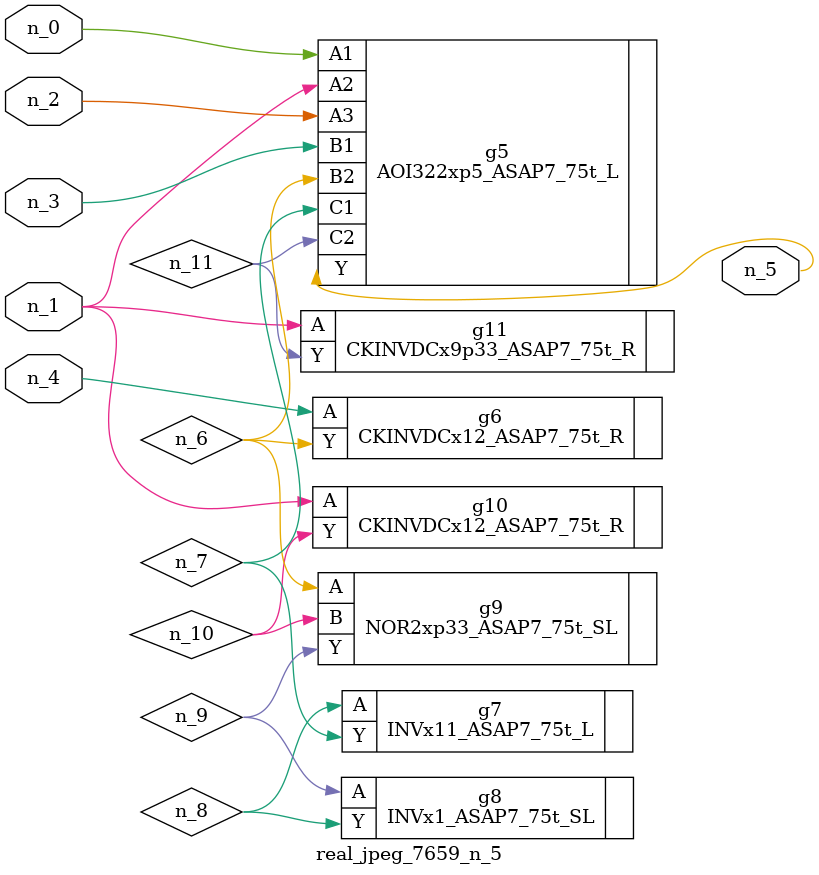
<source format=v>
module real_jpeg_7659_n_5 (n_4, n_0, n_1, n_2, n_3, n_5);

input n_4;
input n_0;
input n_1;
input n_2;
input n_3;

output n_5;

wire n_8;
wire n_11;
wire n_6;
wire n_7;
wire n_10;
wire n_9;

AOI322xp5_ASAP7_75t_L g5 ( 
.A1(n_0),
.A2(n_1),
.A3(n_2),
.B1(n_3),
.B2(n_6),
.C1(n_7),
.C2(n_11),
.Y(n_5)
);

CKINVDCx12_ASAP7_75t_R g10 ( 
.A(n_1),
.Y(n_10)
);

CKINVDCx9p33_ASAP7_75t_R g11 ( 
.A(n_1),
.Y(n_11)
);

CKINVDCx12_ASAP7_75t_R g6 ( 
.A(n_4),
.Y(n_6)
);

NOR2xp33_ASAP7_75t_SL g9 ( 
.A(n_6),
.B(n_10),
.Y(n_9)
);

INVx11_ASAP7_75t_L g7 ( 
.A(n_8),
.Y(n_7)
);

INVx1_ASAP7_75t_SL g8 ( 
.A(n_9),
.Y(n_8)
);


endmodule
</source>
